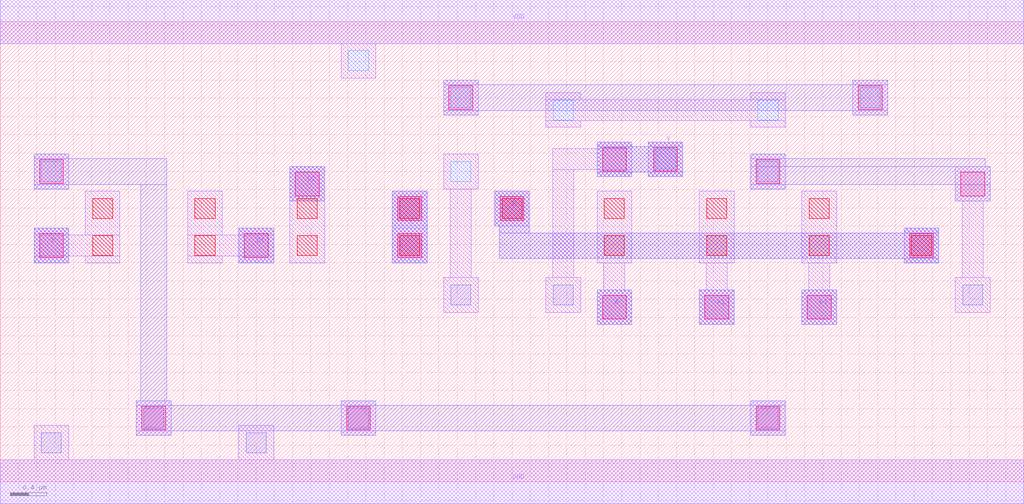
<source format=lef>
MACRO AAOOAI2213
 CLASS CORE ;
 FOREIGN AAOOAI2213 0 0 ;
 SIZE 11.200000000000001 BY 5.04 ;
 ORIGIN 0 0 ;
 SYMMETRY X Y R90 ;
 SITE unit ;
  PIN VDD
   DIRECTION INOUT ;
   USE POWER ;
   SHAPE ABUTMENT ;
    PORT
     CLASS CORE ;
       LAYER met1 ;
        RECT 0.00000000 4.80000000 11.20000000 5.28000000 ;
    END
  END VDD

  PIN GND
   DIRECTION INOUT ;
   USE POWER ;
   SHAPE ABUTMENT ;
    PORT
     CLASS CORE ;
       LAYER met1 ;
        RECT 0.00000000 -0.24000000 11.20000000 0.24000000 ;
    END
  END GND

  PIN Y
   DIRECTION INOUT ;
   USE SIGNAL ;
   SHAPE ABUTMENT ;
    PORT
     CLASS CORE ;
       LAYER met2 ;
        RECT 6.53000000 3.34200000 6.91000000 3.39200000 ;
        RECT 7.09000000 3.34200000 7.47000000 3.39200000 ;
        RECT 6.53000000 3.39200000 7.47000000 3.67200000 ;
        RECT 6.53000000 3.67200000 6.91000000 3.72200000 ;
        RECT 7.09000000 3.67200000 7.47000000 3.72200000 ;
    END
  END Y

  PIN A
   DIRECTION INOUT ;
   USE SIGNAL ;
   SHAPE ABUTMENT ;
    PORT
     CLASS CORE ;
       LAYER met2 ;
        RECT 6.53000000 1.72200000 6.91000000 2.10200000 ;
    END
  END A

  PIN D2
   DIRECTION INOUT ;
   USE SIGNAL ;
   SHAPE ABUTMENT ;
    PORT
     CLASS CORE ;
       LAYER met2 ;
        RECT 3.17000000 3.07200000 3.55000000 3.45200000 ;
    END
  END D2

  PIN B
   DIRECTION INOUT ;
   USE SIGNAL ;
   SHAPE ABUTMENT ;
    PORT
     CLASS CORE ;
       LAYER met2 ;
        RECT 9.89000000 2.39700000 10.27000000 2.44700000 ;
        RECT 5.46000000 2.44700000 10.27000000 2.72700000 ;
        RECT 9.89000000 2.72700000 10.27000000 2.77700000 ;
        RECT 5.46000000 2.72700000 5.79000000 2.80200000 ;
        RECT 5.41000000 2.80200000 5.79000000 3.18200000 ;
    END
  END B

  PIN D
   DIRECTION INOUT ;
   USE SIGNAL ;
   SHAPE ABUTMENT ;
    PORT
     CLASS CORE ;
       LAYER met2 ;
        RECT 0.37000000 2.39700000 0.75000000 2.77700000 ;
    END
  END D

  PIN B1
   DIRECTION INOUT ;
   USE SIGNAL ;
   SHAPE ABUTMENT ;
    PORT
     CLASS CORE ;
       LAYER met2 ;
        RECT 8.77000000 1.72200000 9.15000000 2.10200000 ;
    END
  END B1

  PIN C
   DIRECTION INOUT ;
   USE SIGNAL ;
   SHAPE ABUTMENT ;
    PORT
     CLASS CORE ;
       LAYER met2 ;
        RECT 4.29000000 2.39700000 4.67000000 3.18200000 ;
    END
  END C

  PIN D1
   DIRECTION INOUT ;
   USE SIGNAL ;
   SHAPE ABUTMENT ;
    PORT
     CLASS CORE ;
       LAYER met2 ;
        RECT 2.61000000 2.39700000 2.99000000 2.77700000 ;
    END
  END D1

  PIN A1
   DIRECTION INOUT ;
   USE SIGNAL ;
   SHAPE ABUTMENT ;
    PORT
     CLASS CORE ;
       LAYER met2 ;
        RECT 7.65000000 1.72200000 8.03000000 2.10200000 ;
    END
  END A1

 OBS
    LAYER polycont ;
     RECT 1.01000000 2.47700000 1.23000000 2.69700000 ;
     RECT 2.13000000 2.47700000 2.35000000 2.69700000 ;
     RECT 3.25000000 2.47700000 3.47000000 2.69700000 ;
     RECT 4.37000000 2.47700000 4.59000000 2.69700000 ;
     RECT 6.61000000 2.47700000 6.83000000 2.69700000 ;
     RECT 7.73000000 2.47700000 7.95000000 2.69700000 ;
     RECT 8.85000000 2.47700000 9.07000000 2.69700000 ;
     RECT 9.97000000 2.47700000 10.19000000 2.69700000 ;
     RECT 1.01000000 2.88200000 1.23000000 3.10200000 ;
     RECT 2.13000000 2.88200000 2.35000000 3.10200000 ;
     RECT 3.25000000 2.88200000 3.47000000 3.10200000 ;
     RECT 4.37000000 2.88200000 4.59000000 3.10200000 ;
     RECT 5.49000000 2.88200000 5.71000000 3.10200000 ;
     RECT 6.61000000 2.88200000 6.83000000 3.10200000 ;
     RECT 7.73000000 2.88200000 7.95000000 3.10200000 ;
     RECT 8.85000000 2.88200000 9.07000000 3.10200000 ;

    LAYER pdiffc ;
     RECT 0.45000000 3.28700000 0.67000000 3.50700000 ;
     RECT 4.93000000 3.28700000 5.15000000 3.50700000 ;
     RECT 8.29000000 3.28700000 8.51000000 3.50700000 ;
     RECT 7.17000000 3.42200000 7.39000000 3.64200000 ;
     RECT 6.05000000 3.96200000 6.27000000 4.18200000 ;
     RECT 8.29000000 3.96200000 8.51000000 4.18200000 ;
     RECT 4.93000000 4.09700000 5.15000000 4.31700000 ;
     RECT 9.41000000 4.09700000 9.63000000 4.31700000 ;
     RECT 3.81000000 4.50200000 4.03000000 4.72200000 ;

    LAYER ndiffc ;
     RECT 0.45000000 0.31700000 0.67000000 0.53700000 ;
     RECT 2.69000000 0.31700000 2.91000000 0.53700000 ;
     RECT 1.57000000 0.58700000 1.79000000 0.80700000 ;
     RECT 3.81000000 0.58700000 4.03000000 0.80700000 ;
     RECT 8.29000000 0.58700000 8.51000000 0.80700000 ;
     RECT 4.93000000 1.93700000 5.15000000 2.15700000 ;
     RECT 6.05000000 1.93700000 6.27000000 2.15700000 ;
     RECT 10.53000000 1.93700000 10.75000000 2.15700000 ;

    LAYER met1 ;
     RECT 0.00000000 -0.24000000 11.20000000 0.24000000 ;
     RECT 0.37000000 0.24000000 0.75000000 0.61700000 ;
     RECT 2.61000000 0.24000000 2.99000000 0.61700000 ;
     RECT 1.49000000 0.50700000 1.87000000 0.88700000 ;
     RECT 3.73000000 0.50700000 4.11000000 0.88700000 ;
     RECT 8.21000000 0.50700000 8.59000000 0.88700000 ;
     RECT 4.29000000 2.39700000 4.67000000 2.77700000 ;
     RECT 9.89000000 2.39700000 10.27000000 2.77700000 ;
     RECT 0.37000000 2.39700000 0.75000000 2.47200000 ;
     RECT 0.93000000 2.39700000 1.31000000 2.47200000 ;
     RECT 0.37000000 2.47200000 1.31000000 2.70200000 ;
     RECT 0.37000000 2.70200000 0.75000000 2.77700000 ;
     RECT 0.93000000 2.70200000 1.31000000 3.18200000 ;
     RECT 2.05000000 2.39700000 2.43000000 2.47200000 ;
     RECT 2.61000000 2.39700000 2.99000000 2.47200000 ;
     RECT 2.05000000 2.47200000 2.99000000 2.70200000 ;
     RECT 2.61000000 2.70200000 2.99000000 2.77700000 ;
     RECT 2.05000000 2.70200000 2.43000000 3.18200000 ;
     RECT 4.29000000 2.80200000 4.67000000 3.18200000 ;
     RECT 5.41000000 2.80200000 5.79000000 3.18200000 ;
     RECT 6.53000000 1.72200000 6.91000000 2.10200000 ;
     RECT 6.60500000 2.10200000 6.83500000 2.39700000 ;
     RECT 6.53000000 2.39700000 6.91000000 3.18200000 ;
     RECT 7.65000000 1.72200000 8.03000000 2.10200000 ;
     RECT 7.72500000 2.10200000 7.95500000 2.39700000 ;
     RECT 7.65000000 2.39700000 8.03000000 3.18200000 ;
     RECT 8.77000000 1.72200000 9.15000000 2.10200000 ;
     RECT 8.84500000 2.10200000 9.07500000 2.39700000 ;
     RECT 8.77000000 2.39700000 9.15000000 3.18200000 ;
     RECT 3.17000000 2.39700000 3.55000000 3.45200000 ;
     RECT 10.45000000 1.85700000 10.83000000 2.23700000 ;
     RECT 10.52500000 2.23700000 10.75500000 3.07200000 ;
     RECT 10.45000000 3.07200000 10.83000000 3.45200000 ;
     RECT 0.37000000 3.20700000 0.75000000 3.58700000 ;
     RECT 4.85000000 1.85700000 5.23000000 2.23700000 ;
     RECT 4.92500000 2.23700000 5.15500000 3.20700000 ;
     RECT 4.85000000 3.20700000 5.23000000 3.58700000 ;
     RECT 8.21000000 3.20700000 8.59000000 3.58700000 ;
     RECT 5.97000000 1.85700000 6.35000000 2.23700000 ;
     RECT 6.04500000 2.23700000 6.27500000 3.41700000 ;
     RECT 6.53000000 3.34200000 6.91000000 3.41700000 ;
     RECT 6.04500000 3.41700000 6.91000000 3.64700000 ;
     RECT 6.53000000 3.64700000 6.91000000 3.72200000 ;
     RECT 7.09000000 3.34200000 7.47000000 3.72200000 ;
     RECT 5.97000000 3.88200000 6.35000000 3.95700000 ;
     RECT 8.21000000 3.88200000 8.59000000 3.95700000 ;
     RECT 5.97000000 3.95700000 8.59000000 4.18700000 ;
     RECT 5.97000000 4.18700000 6.35000000 4.26200000 ;
     RECT 8.21000000 4.18700000 8.59000000 4.26200000 ;
     RECT 4.85000000 4.01700000 5.23000000 4.39700000 ;
     RECT 9.33000000 4.01700000 9.71000000 4.39700000 ;
     RECT 3.73000000 4.42200000 4.11000000 4.80000000 ;
     RECT 0.00000000 4.80000000 11.20000000 5.28000000 ;

    LAYER via1 ;
     RECT 1.55000000 0.56700000 1.81000000 0.82700000 ;
     RECT 3.79000000 0.56700000 4.05000000 0.82700000 ;
     RECT 8.27000000 0.56700000 8.53000000 0.82700000 ;
     RECT 6.59000000 1.78200000 6.85000000 2.04200000 ;
     RECT 7.71000000 1.78200000 7.97000000 2.04200000 ;
     RECT 8.83000000 1.78200000 9.09000000 2.04200000 ;
     RECT 0.43000000 2.45700000 0.69000000 2.71700000 ;
     RECT 2.67000000 2.45700000 2.93000000 2.71700000 ;
     RECT 4.35000000 2.45700000 4.61000000 2.71700000 ;
     RECT 9.95000000 2.45700000 10.21000000 2.71700000 ;
     RECT 4.35000000 2.86200000 4.61000000 3.12200000 ;
     RECT 5.47000000 2.86200000 5.73000000 3.12200000 ;
     RECT 3.23000000 3.13200000 3.49000000 3.39200000 ;
     RECT 10.51000000 3.13200000 10.77000000 3.39200000 ;
     RECT 0.43000000 3.26700000 0.69000000 3.52700000 ;
     RECT 8.27000000 3.26700000 8.53000000 3.52700000 ;
     RECT 6.59000000 3.40200000 6.85000000 3.66200000 ;
     RECT 7.15000000 3.40200000 7.41000000 3.66200000 ;
     RECT 4.91000000 4.07700000 5.17000000 4.33700000 ;
     RECT 9.39000000 4.07700000 9.65000000 4.33700000 ;

    LAYER met2 ;
     RECT 6.53000000 1.72200000 6.91000000 2.10200000 ;
     RECT 7.65000000 1.72200000 8.03000000 2.10200000 ;
     RECT 8.77000000 1.72200000 9.15000000 2.10200000 ;
     RECT 0.37000000 2.39700000 0.75000000 2.77700000 ;
     RECT 2.61000000 2.39700000 2.99000000 2.77700000 ;
     RECT 4.29000000 2.39700000 4.67000000 3.18200000 ;
     RECT 9.89000000 2.39700000 10.27000000 2.44700000 ;
     RECT 5.46000000 2.44700000 10.27000000 2.72700000 ;
     RECT 9.89000000 2.72700000 10.27000000 2.77700000 ;
     RECT 5.46000000 2.72700000 5.79000000 2.80200000 ;
     RECT 5.41000000 2.80200000 5.79000000 3.18200000 ;
     RECT 3.17000000 3.07200000 3.55000000 3.45200000 ;
     RECT 1.49000000 0.50700000 1.87000000 0.55700000 ;
     RECT 3.73000000 0.50700000 4.11000000 0.55700000 ;
     RECT 8.21000000 0.50700000 8.59000000 0.55700000 ;
     RECT 1.49000000 0.55700000 8.59000000 0.83700000 ;
     RECT 1.49000000 0.83700000 1.87000000 0.88700000 ;
     RECT 3.73000000 0.83700000 4.11000000 0.88700000 ;
     RECT 8.21000000 0.83700000 8.59000000 0.88700000 ;
     RECT 0.37000000 3.20700000 0.75000000 3.25700000 ;
     RECT 1.54000000 0.88700000 1.82000000 3.25700000 ;
     RECT 0.37000000 3.25700000 1.82000000 3.53700000 ;
     RECT 0.37000000 3.53700000 0.75000000 3.58700000 ;
     RECT 8.21000000 3.20700000 8.59000000 3.25700000 ;
     RECT 10.45000000 3.07200000 10.83000000 3.25700000 ;
     RECT 8.21000000 3.25700000 10.83000000 3.45200000 ;
     RECT 8.21000000 3.45200000 10.78000000 3.53700000 ;
     RECT 8.21000000 3.53700000 8.59000000 3.58700000 ;
     RECT 6.53000000 3.34200000 6.91000000 3.39200000 ;
     RECT 7.09000000 3.34200000 7.47000000 3.39200000 ;
     RECT 6.53000000 3.39200000 7.47000000 3.67200000 ;
     RECT 6.53000000 3.67200000 6.91000000 3.72200000 ;
     RECT 7.09000000 3.67200000 7.47000000 3.72200000 ;
     RECT 4.85000000 4.01700000 5.23000000 4.06700000 ;
     RECT 9.33000000 4.01700000 9.71000000 4.06700000 ;
     RECT 4.85000000 4.06700000 9.71000000 4.34700000 ;
     RECT 4.85000000 4.34700000 5.23000000 4.39700000 ;
     RECT 9.33000000 4.34700000 9.71000000 4.39700000 ;

 END
END AAOOAI2213

</source>
